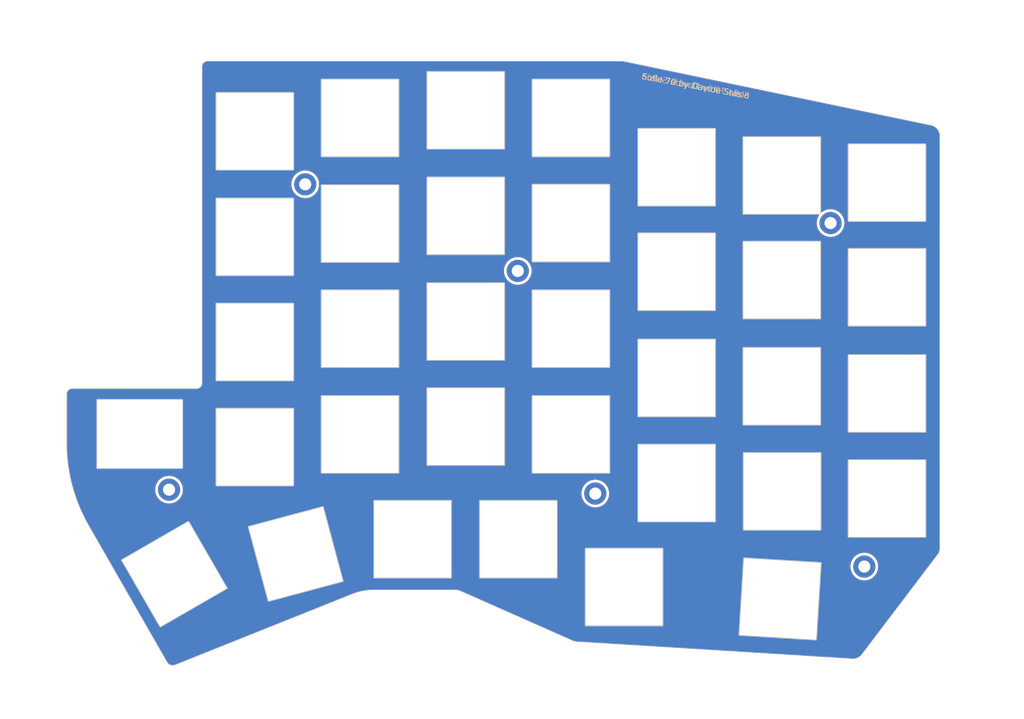
<source format=kicad_pcb>
(kicad_pcb (version 20241229) (generator "pcbnew") (generator_version "9.0")
  (layers (0 "F.Cu" signal) (2 "B.Cu" signal) (13 "F.Paste" user) (15 "B.Paste" user) (5 "F.SilkS" user "F.Silkscreen") (7 "B.SilkS" user "B.Silkscreen") (1 "F.Mask" user) (3 "B.Mask" user) (25 "Edge.Cuts" user))
  (net 0 "")
  (net 1 "GND")
  (footprint "SofleKeyboard:CherryMX_KailhLowProfile_Hotswap_Top-Plate" (layer "F.Cu") (at 129.14 103.623653)
    (property "Reference" "SW21" (hide yes))
    (property "Value" "SW_PUSH" (hide yes))
    (fp_line (start -7 -7) (end 7 -7) (stroke (width 0.15)) (layer "Edge.Cuts"))
    (fp_line (start -7 7) (end -7 -7) (stroke (width 0.15)) (layer "Edge.Cuts"))
    (fp_line (start 7 -7) (end 7 7) (stroke (width 0.15)) (layer "Edge.Cuts"))
    (fp_line (start 7 7) (end -7 7) (stroke (width 0.15)) (layer "Edge.Cuts"))
  )
  (footprint "SofleKeyboard:CherryMX_KailhLowProfile_Hotswap_Top-Plate" (layer "F.Cu") (at 129.14 65.523653)
    (property "Reference" "SW9" (hide yes))
    (property "Value" "SW_PUSH" (hide yes))
    (fp_line (start -7 -7) (end 7 -7) (stroke (width 0.15)) (layer "Edge.Cuts"))
    (fp_line (start -7 7) (end -7 -7) (stroke (width 0.15)) (layer "Edge.Cuts"))
    (fp_line (start 7 -7) (end 7 7) (stroke (width 0.15)) (layer "Edge.Cuts"))
    (fp_line (start 7 7) (end -7 7) (stroke (width 0.15)) (layer "Edge.Cuts"))
  )
  (footprint "SofleKeyboard:CherryMX_KailhLowProfile_Hotswap_Top-Plate" (layer "F.Cu") (at 148.14 66.823653)
    (property "Reference" "SW10" (hide yes))
    (property "Value" "SW_PUSH" (hide yes))
    (fp_line (start -7 -7) (end 7 -7) (stroke (width 0.15)) (layer "Edge.Cuts"))
    (fp_line (start -7 7) (end -7 -7) (stroke (width 0.15)) (layer "Edge.Cuts"))
    (fp_line (start 7 -7) (end 7 7) (stroke (width 0.15)) (layer "Edge.Cuts"))
    (fp_line (start 7 7) (end -7 7) (stroke (width 0.15)) (layer "Edge.Cuts"))
  )
  (footprint "SofleKeyboard:CherryMX_KailhLowProfile_Hotswap_Top-Plate" (layer "F.Cu") (at 76.5 130.293653 -60)
    (property "Reference" "SW26" (hide yes))
    (property "Value" "SW_PUSH" (hide yes))
    (fp_line (start -7 7) (end -7 -7) (stroke (width 0.15)) (layer "Edge.Cuts"))
    (fp_line (start 7 7) (end -7 7) (stroke (width 0.15)) (layer "Edge.Cuts"))
    (fp_line (start -7 -7) (end 7 -7) (stroke (width 0.15)) (layer "Edge.Cuts"))
    (fp_line (start 7 -7) (end 7 7) (stroke (width 0.15)) (layer "Edge.Cuts"))
  )
  (footprint "SofleKeyboard:CherryMX_KailhLowProfile_Hotswap_Top-Plate" (layer "F.Cu") (at 148.14 85.923653)
    (property "Reference" "SW16" (hide yes))
    (property "Value" "SW_PUSH" (hide yes))
    (fp_line (start -7 -7) (end 7 -7) (stroke (width 0.15)) (layer "Edge.Cuts"))
    (fp_line (start -7 7) (end -7 -7) (stroke (width 0.15)) (layer "Edge.Cuts"))
    (fp_line (start 7 -7) (end 7 7) (stroke (width 0.15)) (layer "Edge.Cuts"))
    (fp_line (start 7 7) (end -7 7) (stroke (width 0.15)) (layer "Edge.Cuts"))
  )
  (footprint "SofleKeyboard:CherryMX_KailhLowProfile_Hotswap_Top-Plate" (layer "F.Cu") (at 91.04 107.323653)
    (property "Reference" "SW19" (hide yes))
    (property "Value" "SW_PUSH" (hide yes))
    (fp_line (start -7 -7) (end 7 -7) (stroke (width 0.15)) (layer "Edge.Cuts"))
    (fp_line (start -7 7) (end -7 -7) (stroke (width 0.15)) (layer "Edge.Cuts"))
    (fp_line (start 7 -7) (end 7 7) (stroke (width 0.15)) (layer "Edge.Cuts"))
    (fp_line (start 7 7) (end -7 7) (stroke (width 0.15)) (layer "Edge.Cuts"))
  )
  (footprint "SofleKeyboard:CherryMX_KailhLowProfile_Hotswap_Top-Plate" (layer "F.Cu") (at 186.24 96.323653)
    (property "Reference" "SW18" (hide yes))
    (property "Value" "SW_PUSH" (hide yes))
    (fp_line (start -7 -7) (end 7 -7) (stroke (width 0.15)) (layer "Edge.Cuts"))
    (fp_line (start -7 7) (end -7 -7) (stroke (width 0.15)) (layer "Edge.Cuts"))
    (fp_line (start 7 -7) (end 7 7) (stroke (width 0.15)) (layer "Edge.Cuts"))
    (fp_line (start 7 7) (end -7 7) (stroke (width 0.15)) (layer "Edge.Cuts"))
  )
  (footprint "SofleKeyboard:CherryMX_KailhLowProfile_Hotswap_Top-Plate" (layer "F.Cu") (at 148.14 105.023653)
    (property "Reference" "SW22" (hide yes))
    (property "Value" "SW_PUSH" (hide yes))
    (fp_line (start -7 -7) (end 7 -7) (stroke (width 0.15)) (layer "Edge.Cuts"))
    (fp_line (start -7 7) (end -7 -7) (stroke (width 0.15)) (layer "Edge.Cuts"))
    (fp_line (start 7 -7) (end 7 7) (stroke (width 0.15)) (layer "Edge.Cuts"))
    (fp_line (start 7 7) (end -7 7) (stroke (width 0.15)) (layer "Edge.Cuts"))
  )
  (footprint "SofleKeyboard:CherryMX_KailhLowProfile_Hotswap_Top-Plate" (layer "F.Cu") (at 119.54 123.973653)
    (property "Reference" "SW28" (hide yes))
    (property "Value" "SW_PUSH" (hide yes))
    (fp_line (start -7 -7) (end 7 -7) (stroke (width 0.15)) (layer "Edge.Cuts"))
    (fp_line (start -7 7) (end -7 -7) (stroke (width 0.15)) (layer "Edge.Cuts"))
    (fp_line (start 7 -7) (end 7 7) (stroke (width 0.15)) (layer "Edge.Cuts"))
    (fp_line (start 7 7) (end -7 7) (stroke (width 0.15)) (layer "Edge.Cuts"))
  )
  (footprint "SofleKeyboard:SolderWirePad_single_0-8mmDrill" (layer "F.Cu") (at 152.54 115.723653)
    (property "Reference" "TH8" (hide yes))
    (property "Value" "HOLE" (hide yes))
    (pad "" thru_hole circle (at 0 0) (size 4 4) (drill 2.2) (layers "*.Cu" "*.Mask"))
  )
  (footprint "SofleKeyboard:CherryMX_KailhLowProfile_Hotswap_Top-Plate" (layer "F.Cu") (at 185.920808 134.775371 -3.5)
    (property "Reference" "SW35" (hide yes))
    (property "Value" "SW_PUSH" (hide yes))
    (fp_line (start -7 7) (end -7 -7) (stroke (width 0.15)) (layer "Edge.Cuts"))
    (fp_line (start -7 -7) (end 7 -7) (stroke (width 0.15)) (layer "Edge.Cuts"))
    (fp_line (start 7 7) (end -7 7) (stroke (width 0.15)) (layer "Edge.Cuts"))
    (fp_line (start 7 -7) (end 7 7) (stroke (width 0.15)) (layer "Edge.Cuts"))
  )
  (footprint "SofleKeyboard:CherryMX_KailhLowProfile_Hotswap_Top-Plate" (layer "F.Cu") (at 91.04 88.323653)
    (property "Reference" "SW13" (hide yes))
    (property "Value" "SW_PUSH" (hide yes))
    (fp_line (start -7 -7) (end 7 -7) (stroke (width 0.15)) (layer "Edge.Cuts"))
    (fp_line (start -7 7) (end -7 -7) (stroke (width 0.15)) (layer "Edge.Cuts"))
    (fp_line (start 7 -7) (end 7 7) (stroke (width 0.15)) (layer "Edge.Cuts"))
    (fp_line (start 7 7) (end -7 7) (stroke (width 0.15)) (layer "Edge.Cuts"))
  )
  (footprint "SofleKeyboard:CherryMX_KailhLowProfile_Hotswap_Top-Plate" (layer "F.Cu") (at 110.04 47.823653)
    (property "Reference" "SW2" (hide yes))
    (property "Value" "SW_PUSH" (hide yes))
    (fp_line (start -7 -7) (end 7 -7) (stroke (width 0.15)) (layer "Edge.Cuts"))
    (fp_line (start -7 7) (end -7 -7) (stroke (width 0.15)) (layer "Edge.Cuts"))
    (fp_line (start 7 -7) (end 7 7) (stroke (width 0.15)) (layer "Edge.Cuts"))
    (fp_line (start 7 7) (end -7 7) (stroke (width 0.15)) (layer "Edge.Cuts"))
  )
  (footprint "SofleKeyboard:CherryMX_KailhLowProfile_Hotswap_Top-Plate" (layer "F.Cu") (at 91.04 50.223653)
    (property "Reference" "SW1" (hide yes))
    (property "Value" "SW_PUSH" (hide yes))
    (fp_line (start -7 -7) (end 7 -7) (stroke (width 0.15)) (layer "Edge.Cuts"))
    (fp_line (start -7 7) (end -7 -7) (stroke (width 0.15)) (layer "Edge.Cuts"))
    (fp_line (start 7 -7) (end 7 7) (stroke (width 0.15)) (layer "Edge.Cuts"))
    (fp_line (start 7 7) (end -7 7) (stroke (width 0.15)) (layer "Edge.Cuts"))
  )
  (footprint "SofleKeyboard:CherryMX_KailhLowProfile_Hotswap_Top-Plate" (layer "F.Cu") (at 129.14 46.433653)
    (property "Reference" "SW3" (hide yes))
    (property "Value" "SW_PUSH" (hide yes))
    (fp_line (start -7 -7) (end 7 -7) (stroke (width 0.15)) (layer "Edge.Cuts"))
    (fp_line (start -7 7) (end -7 -7) (stroke (width 0.15)) (layer "Edge.Cuts"))
    (fp_line (start 7 -7) (end 7 7) (stroke (width 0.15)) (layer "Edge.Cuts"))
    (fp_line (start 7 7) (end -7 7) (stroke (width 0.15)) (layer "Edge.Cuts"))
  )
  (footprint "SofleKeyboard:CherryMX_KailhLowProfile_Hotswap_Top-Plate" (layer "F.Cu") (at 157.74 132.623653)
    (property "Reference" "SW30" (hide yes))
    (property "Value" "SW_PUSH" (hide yes))
    (fp_line (start -7 -7) (end 7 -7) (stroke (width 0.15)) (layer "Edge.Cuts"))
    (fp_line (start -7 7) (end -7 -7) (stroke (width 0.15)) (layer "Edge.Cuts"))
    (fp_line (start 7 -7) (end 7 7) (stroke (width 0.15)) (layer "Edge.Cuts"))
    (fp_line (start 7 7) (end -7 7) (stroke (width 0.15)) (layer "Edge.Cuts"))
  )
  (footprint "SofleKeyboard:SolderWirePad_single_0-8mmDrill" (layer "F.Cu") (at 100.14 59.823653)
    (property "Reference" "TH3" (hide yes))
    (property "Value" "HOLE" (hide yes))
    (pad "" thru_hole circle (at 0 0) (size 4 4) (drill 2.2) (layers "*.Cu" "*.Mask"))
  )
  (footprint "SofleKeyboard:SolderWirePad_single_0-8mmDrill" (layer "F.Cu") (at 201.14 128.923653)
    (property "Reference" "TH6" (hide yes))
    (property "Value" "HOLE" (hide yes))
    (pad "" thru_hole circle (at 0 0) (size 4 4) (drill 2.2) (layers "*.Cu" "*.Mask"))
  )
  (footprint "SofleKeyboard:CherryMX_KailhLowProfile_Hotswap_Top-Plate" (layer "F.Cu") (at 186.29 115.323653)
    (property "Reference" "SW24" (hide yes))
    (property "Value" "SW_PUSH" (hide yes))
    (fp_line (start -7 -7) (end 7 -7) (stroke (width 0.15)) (layer "Edge.Cuts"))
    (fp_line (start -7 7) (end -7 -7) (stroke (width 0.15)) (layer "Edge.Cuts"))
    (fp_line (start 7 -7) (end 7 7) (stroke (width 0.15)) (layer "Edge.Cuts"))
    (fp_line (start 7 7) (end -7 7) (stroke (width 0.15)) (layer "Edge.Cuts"))
  )
  (footprint "SofleKeyboard:SolderWirePad_single_0-8mmDrill" (layer "F.Cu") (at 138.54 75.473653)
    (property "Reference" "TH5" (hide yes))
    (property "Value" "HOLE" (hide yes))
    (pad "" thru_hole circle (at 0 0) (size 4 4) (drill 2.2) (layers "*.Cu" "*.Mask"))
  )
  (footprint "SofleKeyboard:CherryMX_KailhLowProfile_Hotswap_Top-Plate" (layer "F.Cu") (at 186.24 77.123653)
    (property "Reference" "SW12" (hide yes))
    (property "Value" "SW_PUSH" (hide yes))
    (fp_line (start -7 -7) (end 7 -7) (stroke (width 0.15)) (layer "Edge.Cuts"))
    (fp_line (start -7 7) (end -7 -7) (stroke (width 0.15)) (layer "Edge.Cuts"))
    (fp_line (start 7 -7) (end 7 7) (stroke (width 0.15)) (layer "Edge.Cuts"))
    (fp_line (start 7 7) (end -7 7) (stroke (width 0.15)) (layer "Edge.Cuts"))
  )
  (footprint "SofleKeyboard:SolderWirePad_single_0-8mmDrill" (layer "F.Cu") (at 75.54 115.023653 90)
    (property "Reference" "TH7" (hide yes))
    (property "Value" "HOLE" (hide yes))
    (pad "" thru_hole circle (at 0 0 90) (size 4 4) (drill 2.2) (layers "*.Cu" "*.Mask"))
  )
  (footprint "SofleKeyboard:SolderWirePad_single_0-8mmDrill" (layer "F.Cu") (at 195.04 66.823653)
    (property "Reference" "TH4" (hide yes))
    (property "Value" "HOLE" (hide yes))
    (pad "" thru_hole circle (at 0 0) (size 4 4) (drill 2.2) (layers "*.Cu" "*.Mask"))
  )
  (footprint "SofleKeyboard:CherryMX_KailhLowProfile_Hotswap_Top-Plate" (layer "F.Cu") (at 138.64 123.973653)
    (property "Reference" "SW29" (hide yes))
    (property "Value" "SW_PUSH" (hide yes))
    (fp_line (start -7 -7) (end 7 -7) (stroke (width 0.15)) (layer "Edge.Cuts"))
    (fp_line (start -7 7) (end -7 -7) (stroke (width 0.15)) (layer "Edge.Cuts"))
    (fp_line (start 7 -7) (end 7 7) (stroke (width 0.15)) (layer "Edge.Cuts"))
    (fp_line (start 7 7) (end -7 7) (stroke (width 0.15)) (layer "Edge.Cuts"))
  )
  (footprint "SofleKeyboard:CherryMX_KailhLowProfile_Hotswap_Top-Plate" (layer "F.Cu") (at 110.04 66.923653)
    (property "Reference" "SW8" (hide yes))
    (property "Value" "SW_PUSH" (hide yes))
    (fp_line (start -7 -7) (end 7 -7) (stroke (width 0.15)) (layer "Edge.Cuts"))
    (fp_line (start -7 7) (end -7 -7) (stroke (width 0.15)) (layer "Edge.Cuts"))
    (fp_line (start 7 -7) (end 7 7) (stroke (width 0.15)) (layer "Edge.Cuts"))
    (fp_line (start 7 7) (end -7 7) (stroke (width 0.15)) (layer "Edge.Cuts"))
  )
  (footprint "SofleKeyboard:RotaryEncoder_Alps_EC11E-Switch_Vertical_H20mm-keebio_Top-Plate" (layer "F.Cu") (at 70.54 104.723653)
    (property "Reference" "SW25" (hide yes))
    (property "Value" "Rotary_Encoder_Switch" (hide yes))
    (fp_rect (start -8.05 -6) (end 7.45 6.45) (stroke (width 0.05)) (fill no) (layer "Edge.Cuts"))
  )
  (footprint "SofleKeyboard:CherryMX_KailhLowProfile_Hotswap_Top-Plate" (layer "F.Cu") (at 205.24 59.523653)
    (property "Reference" "SW31" (hide yes))
    (property "Value" "SW_PUSH" (hide yes))
    (fp_line (start -7 -7) (end 7 -7) (stroke (width 0.15)) (layer "Edge.Cuts"))
    (fp_line (start -7 7) (end -7 -7) (stroke (width 0.15)) (layer "Edge.Cuts"))
    (fp_line (start 7 -7) (end 7 7) (stroke (width 0.15)) (layer "Edge.Cuts"))
    (fp_line (start 7 7) (end -7 7) (stroke (width 0.15)) (layer "Edge.Cuts"))
  )
  (footprint "SofleKeyboard:CherryMX_KailhLowProfile_Hotswap_Top-Plate" (layer "F.Cu") (at 167.24 113.823653)
    (property "Reference" "SW23" (hide yes))
    (property "Value" "SW_PUSH" (hide yes))
    (fp_line (start -7 -7) (end 7 -7) (stroke (width 0.15)) (layer "Edge.Cuts"))
    (fp_line (start -7 7) (end -7 -7) (stroke (width 0.15)) (layer "Edge.Cuts"))
    (fp_line (start 7 -7) (end 7 7) (stroke (width 0.15)) (layer "Edge.Cuts"))
    (fp_line (start 7 7) (end -7 7) (stroke (width 0.15)) (layer "Edge.Cuts"))
  )
  (footprint "SofleKeyboard:CherryMX_KailhLowProfile_Hotswap_Top-Plate" (layer "F.Cu") (at 110.04 105.023653)
    (property "Reference" "SW20" (hide yes))
    (property "Value" "SW_PUSH" (hide yes))
    (fp_line (start -7 -7) (end 7 -7) (stroke (width 0.15)) (layer "Edge.Cuts"))
    (fp_line (start -7 7) (end -7 -7) (stroke (width 0.15)) (layer "Edge.Cuts"))
    (fp_line (start 7 -7) (end 7 7) (stroke (width 0.15)) (layer "Edge.Cuts"))
    (fp_line (start 7 7) (end -7 7) (stroke (width 0.15)) (layer "Edge.Cuts"))
  )
  (footprint "SofleKeyboard:CherryMX_KailhLowProfile_Hotswap_Top-Plate" (layer "F.Cu") (at 205.24 116.623653)
    (property "Reference" "SW34" (hide yes))
    (property "Value" "SW_PUSH" (hide yes))
    (fp_line (start -7 -7) (end 7 -7) (stroke (width 0.15)) (layer "Edge.Cuts"))
    (fp_line (start -7 7) (end -7 -7) (stroke (width 0.15)) (layer "Edge.Cuts"))
    (fp_line (start 7 -7) (end 7 7) (stroke (width 0.15)) (layer "Edge.Cuts"))
    (fp_line (start 7 7) (end -7 7) (stroke (width 0.15)) (layer "Edge.Cuts"))
  )
  (footprint "SofleKeyboard:CherryMX_KailhLowProfile_Hotswap_Top-Plate" (layer "F.Cu") (at 167.24 56.723653)
    (property "Reference" "SW5" (hide yes))
    (property "Value" "SW_PUSH" (hide yes))
    (fp_line (start -7 -7) (end 7 -7) (stroke (width 0.15)) (layer "Edge.Cuts"))
    (fp_line (start -7 7) (end -7 -7) (stroke (width 0.15)) (layer "Edge.Cuts"))
    (fp_line (start 7 -7) (end 7 7) (stroke (width 0.15)) (layer "Edge.Cuts"))
    (fp_line (start 7 7) (end -7 7) (stroke (width 0.15)) (layer "Edge.Cuts"))
  )
  (footprint "SofleKeyboard:CherryMX_KailhLowProfile_Hotswap_Top-Plate" (layer "F.Cu") (at 205.24 78.423653)
    (property "Reference" "SW32" (hide yes))
    (property "Value" "SW_PUSH" (hide yes))
    (fp_line (start -7 -7) (end 7 -7) (stroke (width 0.15)) (layer "Edge.Cuts"))
    (fp_line (start -7 7) (end -7 -7) (stroke (width 0.15)) (layer "Edge.Cuts"))
    (fp_line (start 7 -7) (end 7 7) (stroke (width 0.15)) (layer "Edge.Cuts"))
    (fp_line (start 7 7) (end -7 7) (stroke (width 0.15)) (layer "Edge.Cuts"))
  )
  (footprint "SofleKeyboard:CherryMX_KailhLowProfile_Hotswap_Top-Plate" (layer "F.Cu") (at 167.24 75.623653)
    (property "Reference" "SW11" (hide yes))
    (property "Value" "SW_PUSH" (hide yes))
    (fp_line (start -7 -7) (end 7 -7) (stroke (width 0.15)) (layer "Edge.Cuts"))
    (fp_line (start -7 7) (end -7 -7) (stroke (width 0.15)) (layer "Edge.Cuts"))
    (fp_line (start 7 -7) (end 7 7) (stroke (width 0.15)) (layer "Edge.Cuts"))
    (fp_line (start 7 7) (end -7 7) (stroke (width 0.15)) (layer "Edge.Cuts"))
  )
  (footprint "SofleKeyboard:CherryMX_KailhLowProfile_Hotswap_Top-Plate" (layer "F.Cu") (at 110.04 85.923653)
    (property "Reference" "SW14" (hide yes))
    (property "Value" "SW_PUSH" (hide yes))
    (fp_line (start -7 -7) (end 7 -7) (stroke (width 0.15)) (layer "Edge.Cuts"))
    (fp_line (start -7 7) (end -7 -7) (stroke (width 0.15)) (layer "Edge.Cuts"))
    (fp_line (start 7 -7) (end 7 7) (stroke (width 0.15)) (layer "Edge.Cuts"))
    (fp_line (start 7 7) (end -7 7) (stroke (width 0.15)) (layer "Edge.Cuts"))
  )
  (footprint "SofleKeyboard:CherryMX_KailhLowProfile_Hotswap_Top-Plate" (layer "F.Cu") (at 186.24 58.223653)
    (property "Reference" "SW6" (hide yes))
    (property "Value" "SW_PUSH" (hide yes))
    (fp_line (start -7 -7) (end 7 -7) (stroke (width 0.15)) (layer "Edge.Cuts"))
    (fp_line (start -7 7) (end -7 -7) (stroke (width 0.15)) (layer "Edge.Cuts"))
    (fp_line (start 7 -7) (end 7 7) (stroke (width 0.15)) (layer "Edge.Cuts"))
    (fp_line (start 7 7) (end -7 7) (stroke (width 0.15)) (layer "Edge.Cuts"))
  )
  (footprint "SofleKeyboard:CherryMX_KailhLowProfile_Hotswap_Top-Plate" (layer "F.Cu") (at 167.24 94.823653)
    (property "Reference" "SW17" (hide yes))
    (property "Value" "SW_PUSH" (hide yes))
    (fp_line (start -7 -7) (end 7 -7) (stroke (width 0.15)) (layer "Edge.Cuts"))
    (fp_line (start -7 7) (end -7 -7) (stroke (width 0.15)) (layer "Edge.Cuts"))
    (fp_line (start 7 -7) (end 7 7) (stroke (width 0.15)) (layer "Edge.Cuts"))
    (fp_line (start 7 7) (end -7 7) (stroke (width 0.15)) (layer "Edge.Cuts"))
  )
  (footprint "SofleKeyboard:CherryMX_KailhLowProfile_Hotswap_Top-Plate" (layer "F.Cu") (at 205.24 97.623653)
    (property "Reference" "SW33" (hide yes))
    (property "Value" "SW_PUSH" (hide yes))
    (fp_line (start -7 -7) (end 7 -7) (stroke (width 0.15)) (layer "Edge.Cuts"))
    (fp_line (start -7 7) (end -7 -7) (stroke (width 0.15)) (layer "Edge.Cuts"))
    (fp_line (start 7 -7) (end 7 7) (stroke (width 0.15)) (layer "Edge.Cuts"))
    (fp_line (start 7 7) (end -7 7) (stroke (width 0.15)) (layer "Edge.Cuts"))
  )
  (footprint "SofleKeyboard:CherryMX_KailhLowProfile_Hotswap_Top-Plate" (layer "F.Cu") (at 91.04 69.323653)
    (property "Reference" "SW7" (hide yes))
    (property "Value" "SW_PUSH" (hide yes))
    (fp_line (start -7 -7) (end 7 -7) (stroke (width 0.15)) (layer "Edge.Cuts"))
    (fp_line (start -7 7) (end -7 -7) (stroke (width 0.15)) (layer "Edge.Cuts"))
    (fp_line (start 7 -7) (end 7 7) (stroke (width 0.15)) (layer "Edge.Cuts"))
    (fp_line (start 7 7) (end -7 7) (stroke (width 0.15)) (layer "Edge.Cuts"))
  )
  (footprint "SofleKeyboard:CherryMX_KailhLowProfile_Hotswap_Top-Plate" (layer "F.Cu") (at 148.14 47.823653)
    (property "Reference" "SW4" (hide yes))
    (property "Value" "SW_PUSH" (hide yes))
    (fp_line (start -7 -7) (end 7 -7) (stroke (width 0.15)) (layer "Edge.Cuts"))
    (fp_line (start -7 7) (end -7 -7) (stroke (width 0.15)) (layer "Edge.Cuts"))
    (fp_line (start 7 -7) (end 7 7) (stroke (width 0.15)) (layer "Edge.Cuts"))
    (fp_line (start 7 7) (end -7 7) (stroke (width 0.15)) (layer "Edge.Cuts"))
  )
  (footprint "SofleKeyboard:CherryMX_KailhLowProfile_Hotswap_Top-Plate" (layer "F.Cu") (at 129.14 84.623653)
    (property "Reference" "SW15" (hide yes))
    (property "Value" "SW_PUSH" (hide yes))
    (fp_line (start -7 -7) (end 7 -7) (stroke (width 0.15)) (layer "Edge.Cuts"))
    (fp_line (start -7 7) (end -7 -7) (stroke (width 0.15)) (layer "Edge.Cuts"))
    (fp_line (start 7 -7) (end 7 7) (stroke (width 0.15)) (layer "Edge.Cuts"))
    (fp_line (start 7 7) (end -7 7) (stroke (width 0.15)) (layer "Edge.Cuts"))
  )
  (footprint "SofleKeyboard:CherryMX_KailhLowProfile_Hotswap_Top-Plate" (layer "F.Cu") (at 98.42 126.643653 15)
    (property "Reference" "SW27" (hide yes))
    (property "Value" "SW_PUSH" (hide yes))
    (fp_line (start -7 -7) (end 7 -7) (stroke (width 0.15)) (layer "Edge.Cuts"))
    (fp_line (start -7 7) (end -7 -7) (stroke (width 0.15)) (layer "Edge.Cuts"))
    (fp_line (start 7 -7) (end 7 7) (stroke (width 0.15)) (layer "Edge.Cuts"))
    (fp_line (start 7 7) (end -7 7) (stroke (width 0.15)) (layer "Edge.Cuts"))
  )
  (gr_line (start 75.458207 146.535973) (end 75.31107 146.391983) (stroke (width 0.1)) (layer "Edge.Cuts"))
  (gr_arc (start 81.5 38.549052) (mid 81.792911 37.841976) (end 82.500001 37.549052) (stroke (width 0.1)) (layer "Edge.Cuts"))
  (gr_line (start 213.197824 49.142021) (end 157.842622 37.61217) (stroke (width 0.1)) (layer "Edge.Cuts"))
  (gr_line (start 200.688182 144.816287) (end 214.383504 126.7596) (stroke (width 0.1)) (layer "Edge.Cuts"))
  (gr_line (start 112.008402 133.151155) (end 111.522629 133.185955) (stroke (width 0.1)) (layer "Edge.Cuts"))
  (gr_line (start 75.189386 146.219583) (end 61.014777 121.494237) (stroke (width 0.1)) (layer "Edge.Cuts"))
  (gr_line (start 75.810246 146.732233) (end 75.626149 146.649933) (stroke (width 0.1)) (layer "Edge.Cuts"))
  (gr_line (start 82.500001 37.549052) (end 157.230887 37.549138) (stroke (width 0.1)) (layer "Edge.Cuts"))
  (gr_line (start 75.31107 146.391983) (end 75.189386 146.219583) (stroke (width 0.1)) (layer "Edge.Cuts"))
  (gr_line (start 108.694128 133.872204) (end 76.615202 146.713133) (stroke (width 0.1)) (layer "Edge.Cuts"))
  (gr_arc (start 149.199729 142.499763) (mid 148.798652 142.43834) (end 148.414609 142.307395) (stroke (width 0.1)) (layer "Edge.Cuts"))
  (gr_line (start 149.199729 142.499763) (end 198.978156 145.593924) (stroke (width 0.1)) (layer "Edge.Cuts"))
  (gr_line (start 110.560141 133.324355) (end 110.085048 133.427674) (stroke (width 0.1)) (layer "Edge.Cuts"))
  (gr_arc (start 81.5 95.75) (mid 81.207107 96.457107) (end 80.5 96.75) (stroke (width 0.1)) (layer "Edge.Cuts"))
  (gr_line (start 58.041053 96.75) (end 80.5 96.75) (stroke (width 0.1)) (layer "Edge.Cuts"))
  (gr_arc (start 127.228163 133.139565) (mid 127.704167 133.189353) (end 128.159555 133.336589) (stroke (width 0.1)) (layer "Edge.Cuts"))
  (gr_arc (start 157.230887 37.549138) (mid 157.538374 37.564937) (end 157.842622 37.61217) (stroke (width 0.1)) (layer "Edge.Cuts"))
  (gr_line (start 111.039606 133.243755) (end 110.560141 133.324355) (stroke (width 0.1)) (layer "Edge.Cuts"))
  (gr_line (start 76.005848 146.781333) (end 75.810246 146.732233) (stroke (width 0.1)) (layer "Edge.Cuts"))
  (gr_arc (start 57.041053 97.750024) (mid 57.333938 97.042902) (end 58.041053 96.75) (stroke (width 0.1)) (layer "Edge.Cuts"))
  (gr_line (start 109.61514 133.553534) (end 109.15123 133.701754) (stroke (width 0.1)) (layer "Edge.Cuts"))
  (gr_line (start 214.79 125.550987) (end 214.79 51.1) (stroke (width 0.1)) (layer "Edge.Cuts"))
  (gr_arc (start 213.197824 49.142021) (mid 214.341699 49.838189) (end 214.79 51.1) (stroke (width 0.1)) (layer "Edge.Cuts"))
  (gr_line (start 75.626149 146.649933) (end 75.458207 146.535973) (stroke (width 0.1)) (layer "Edge.Cuts"))
  (gr_line (start 76.615202 146.713133) (end 76.412976 146.773433) (stroke (width 0.1)) (layer "Edge.Cuts"))
  (gr_line (start 127.228163 133.139565) (end 112.496108 133.139565) (stroke (width 0.1)) (layer "Edge.Cuts"))
  (gr_arc (start 61.014777 121.494237) (mid 58.051746 114.294333) (end 57.041261 106.574418) (stroke (width 0.1)) (layer "Edge.Cuts"))
  (gr_line (start 128.159555 133.336589) (end 148.414609 142.307395) (stroke (width 0.1)) (layer "Edge.Cuts"))
  (gr_line (start 111.522629 133.185955) (end 111.039606 133.243755) (stroke (width 0.1)) (layer "Edge.Cuts"))
  (gr_line (start 57.041261 106.574418) (end 57.041053 97.750024) (stroke (width 0.1)) (layer "Edge.Cuts"))
  (gr_line (start 76.412976 146.773433) (end 76.208308 146.795633) (stroke (width 0.1)) (layer "Edge.Cuts"))
  (gr_line (start 81.5 95.75) (end 81.5 38.549052) (stroke (width 0.1)) (layer "Edge.Cuts"))
  (gr_arc (start 214.79 125.550987) (mid 214.685644 126.188552) (end 214.383504 126.7596) (stroke (width 0.1)) (layer "Edge.Cuts"))
  (gr_line (start 112.496108 133.139565) (end 112.008402 133.151155) (stroke (width 0.1)) (layer "Edge.Cuts"))
  (gr_line (start 109.15123 133.701754) (end 108.694128 133.872204) (stroke (width 0.1)) (layer "Edge.Cuts"))
  (gr_line (start 110.085048 133.427674) (end 109.61514 133.553534) (stroke (width 0.1)) (layer "Edge.Cuts"))
  (gr_line (start 76.208308 146.795633) (end 76.005848 146.781333) (stroke (width 0.1)) (layer "Edge.Cuts"))
  (gr_arc (start 200.688182 144.816287) (mid 199.930151 145.418374) (end 198.978156 145.593924) (stroke (width 0.1)) (layer "Edge.Cuts"))
  (gr_text "Sofle 70 by Davide Stasio" (at 170.64 42.123653 349.5) (layer "F.SilkS") (effects (font (size 1.1 1.1) (thickness 0.2))))
  (gr_text "Sofle 70 by Davide Stasio" (at 170.64 42.123653 349.5) (layer "B.SilkS") (effects (font (size 1.1 1.1) (thickness 0.2)) (justify mirror)))
  (zone (net 1) (net_name "GND") (layers "F.Cu" "B.Cu") (connect_pads (clearance 0.508)) (min_thickness 0.25) (fill yes (thermal_gap 0.5) (thermal_bridge_width 0.5))
    (polygon (pts (xy 45 26.5) (xy 230 26.5) (xy 230 156.5) (xy 45 156.5)))
  )
)
</source>
